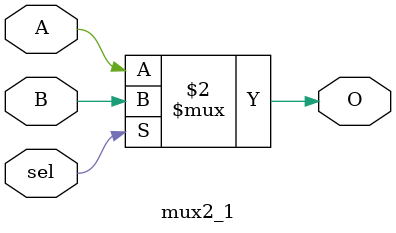
<source format=sv>
/**
 * @module mux2_1
 * @brief 1-bit 2-to-1 multiplexer.
 *
 * @description
 * Outputs one of two input bits (`A` or `B`) based on the select signal `sel`.
 *
 * @ports
 * - input  logic A    : Input 0
 * - input  logic B    : Input 1
 * - input  logic sel  : Select line
 * - output logic O    : Selected output
 *
 * @example
 * mux2_1 u_mux (.A(a), .B(b), .sel(sel), .O(out));
 * 
 * @author  Xhovani Mali
 * @date    2025
 */

`timescale 1ns/1ps

 module mux2_1 (
    input  logic A,
    input  logic B,
    input  logic sel,
    output logic O
);
    assign O = (sel == 1'b0) ? A : B;
endmodule

</source>
